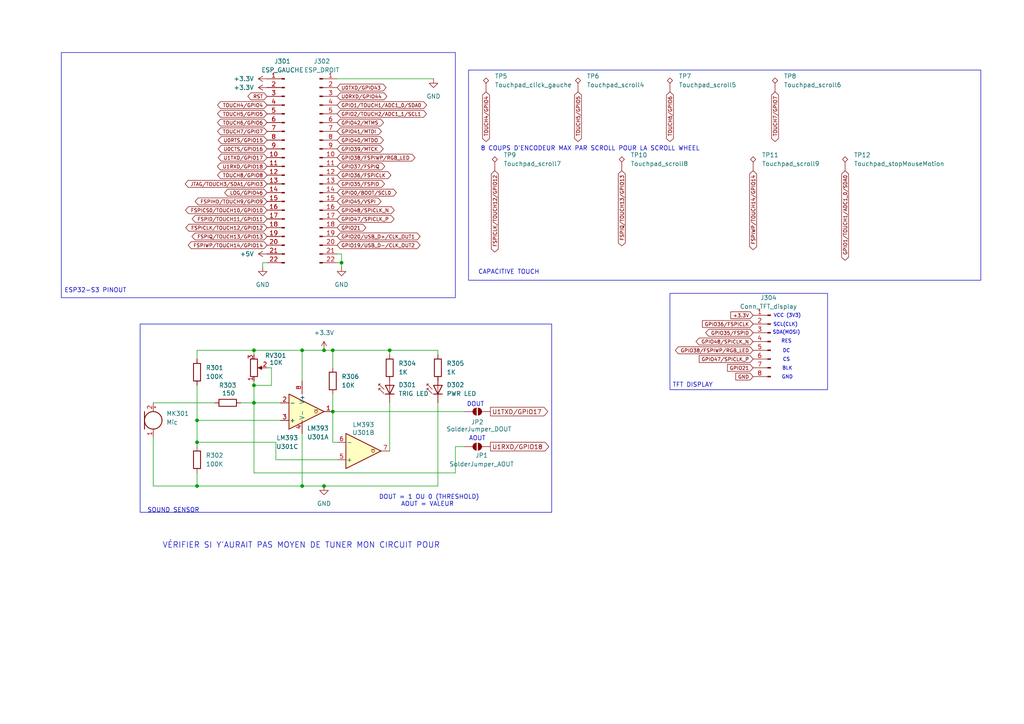
<source format=kicad_sch>
(kicad_sch (version 20231120) (generator "eeschema") (generator_version "8.0")
  (paper "A4")
  (title_block (title "V1_flappy_mouse") (date "2024-06-07") (rev "Rev . 1") (company "CCI UdeS") (comment 1 "Créer par:") (comment 2 "Victor Larose & Jacob Turcotte"))
  (lib_symbols
    (symbol "Comparator:LM393" (pin_names (offset 0.127))
      (property "Reference" "U" (at 3.81 3.81 0))
      (property "Value" "LM393" (at 6.35 -3.81 0))
      (symbol "LM393_1_1"
        (polyline (pts (xy -5.08 5.08) (xy 5.08 0) (xy -5.08 -5.08) (xy -5.08 5.08)) (stroke (width 0.254)) (fill (type background)))
        (polyline (pts (xy 3.302 -0.508) (xy 2.794 -0.508) (xy 3.302 0) (xy 2.794 0.508) (xy 2.286 0) (xy 2.794 -0.508) (xy 2.286 -0.508)) (stroke (width 0.127)))
        (pin open_collector line (at 7.62 0 180) (length 2.54) (name "~") (number "1"))
        (pin input line (at -7.62 -2.54 0) (length 2.54) (name "-") (number "2"))
        (pin input line (at -7.62 2.54 0) (length 2.54) (name "+") (number "3"))
      )
      (symbol "LM393_2_1"
        (polyline (pts (xy -5.08 5.08) (xy 5.08 0) (xy -5.08 -5.08) (xy -5.08 5.08)) (stroke (width 0.254)) (fill (type background)))
        (polyline (pts (xy 3.302 -0.508) (xy 2.794 -0.508) (xy 3.302 0) (xy 2.794 0.508) (xy 2.286 0) (xy 2.794 -0.508) (xy 2.286 -0.508)) (stroke (width 0.127)))
        (pin input line (at -7.62 2.54 0) (length 2.54) (name "+") (number "5"))
        (pin input line (at -7.62 -2.54 0) (length 2.54) (name "-") (number "6"))
        (pin open_collector line (at 7.62 0 180) (length 2.54) (name "~") (number "7"))
      )
      (symbol "LM393_3_1"
        (pin power_in line (at -2.54 -7.62 90) (length 3.81) (name "V-") (number "4"))
        (pin power_in line (at -2.54 7.62 270) (length 3.81) (name "V+") (number "8"))
      )
    )
    (symbol "Connector:Conn_01x08_Pin" (pin_names (offset 1.016) hide)
      (property "Reference" "J" (at 0 10.16 0))
      (property "Value" "Conn_01x08_Pin" (at 0 -12.7 0))
      (symbol "Conn_01x08_Pin_1_1"
        (polyline (pts (xy 1.27 -10.16) (xy 0.8636 -10.16)) (stroke (width 0.1524)))
        (polyline (pts (xy 1.27 -7.62) (xy 0.8636 -7.62)) (stroke (width 0.1524)))
        (polyline (pts (xy 1.27 -5.08) (xy 0.8636 -5.08)) (stroke (width 0.1524)))
        (polyline (pts (xy 1.27 -2.54) (xy 0.8636 -2.54)) (stroke (width 0.1524)))
        (polyline (pts (xy 1.27 0) (xy 0.8636 0)) (stroke (width 0.1524)))
        (polyline (pts (xy 1.27 2.54) (xy 0.8636 2.54)) (stroke (width 0.1524)))
        (polyline (pts (xy 1.27 5.08) (xy 0.8636 5.08)) (stroke (width 0.1524)))
        (polyline (pts (xy 1.27 7.62) (xy 0.8636 7.62)) (stroke (width 0.1524)))
        (rectangle (start 0.8636 -10.033) (end 0 -10.287) (stroke (width 0.1524)) (fill (type outline)))
        (rectangle (start 0.8636 -7.493) (end 0 -7.747) (stroke (width 0.1524)) (fill (type outline)))
        (rectangle (start 0.8636 -4.953) (end 0 -5.207) (stroke (width 0.1524)) (fill (type outline)))
        (rectangle (start 0.8636 -2.413) (end 0 -2.667) (stroke (width 0.1524)) (fill (type outline)))
        (rectangle (start 0.8636 0.127) (end 0 -0.127) (stroke (width 0.1524)) (fill (type outline)))
        (rectangle (start 0.8636 2.667) (end 0 2.413) (stroke (width 0.1524)) (fill (type outline)))
        (rectangle (start 0.8636 5.207) (end 0 4.953) (stroke (width 0.1524)) (fill (type outline)))
        (rectangle (start 0.8636 7.747) (end 0 7.493) (stroke (width 0.1524)) (fill (type outline)))
        (pin passive line (at 5.08 7.62 180) (length 3.81) (name "Pin_1") (number "1"))
        (pin passive line (at 5.08 5.08 180) (length 3.81) (name "Pin_2") (number "2"))
        (pin passive line (at 5.08 2.54 180) (length 3.81) (name "Pin_3") (number "3"))
        (pin passive line (at 5.08 0 180) (length 3.81) (name "Pin_4") (number "4"))
        (pin passive line (at 5.08 -2.54 180) (length 3.81) (name "Pin_5") (number "5"))
        (pin passive line (at 5.08 -5.08 180) (length 3.81) (name "Pin_6") (number "6"))
        (pin passive line (at 5.08 -7.62 180) (length 3.81) (name "Pin_7") (number "7"))
        (pin passive line (at 5.08 -10.16 180) (length 3.81) (name "Pin_8") (number "8"))
      )
    )
    (symbol "Connector:Conn_01x22_Pin" (pin_names (offset 1.016) hide)
      (property "Reference" "J" (at 0 27.94 0))
      (property "Value" "Conn_01x22_Pin" (at 0 -30.48 0))
      (symbol "Conn_01x22_Pin_1_1"
        (polyline (pts (xy 1.27 -27.94) (xy 0.8636 -27.94)) (stroke (width 0.1524)))
        (polyline (pts (xy 1.27 -25.4) (xy 0.8636 -25.4)) (stroke (width 0.1524)))
        (polyline (pts (xy 1.27 -22.86) (xy 0.8636 -22.86)) (stroke (width 0.1524)))
        (polyline (pts (xy 1.27 -20.32) (xy 0.8636 -20.32)) (stroke (width 0.1524)))
        (polyline (pts (xy 1.27 -17.78) (xy 0.8636 -17.78)) (stroke (width 0.1524)))
        (polyline (pts (xy 1.27 -15.24) (xy 0.8636 -15.24)) (stroke (width 0.1524)))
        (polyline (pts (xy 1.27 -12.7) (xy 0.8636 -12.7)) (stroke (width 0.1524)))
        (polyline (pts (xy 1.27 -10.16) (xy 0.8636 -10.16)) (stroke (width 0.1524)))
        (polyline (pts (xy 1.27 -7.62) (xy 0.8636 -7.62)) (stroke (width 0.1524)))
        (polyline (pts (xy 1.27 -5.08) (xy 0.8636 -5.08)) (stroke (width 0.1524)))
        (polyline (pts (xy 1.27 -2.54) (xy 0.8636 -2.54)) (stroke (width 0.1524)))
        (polyline (pts (xy 1.27 0) (xy 0.8636 0)) (stroke (width 0.1524)))
        (polyline (pts (xy 1.27 2.54) (xy 0.8636 2.54)) (stroke (width 0.1524)))
        (polyline (pts (xy 1.27 5.08) (xy 0.8636 5.08)) (stroke (width 0.1524)))
        (polyline (pts (xy 1.27 7.62) (xy 0.8636 7.62)) (stroke (width 0.1524)))
        (polyline (pts (xy 1.27 10.16) (xy 0.8636 10.16)) (stroke (width 0.1524)))
        (polyline (pts (xy 1.27 12.7) (xy 0.8636 12.7)) (stroke (width 0.1524)))
        (polyline (pts (xy 1.27 15.24) (xy 0.8636 15.24)) (stroke (width 0.1524)))
        (polyline (pts (xy 1.27 17.78) (xy 0.8636 17.78)) (stroke (width 0.1524)))
        (polyline (pts (xy 1.27 20.32) (xy 0.8636 20.32)) (stroke (width 0.1524)))
        (polyline (pts (xy 1.27 22.86) (xy 0.8636 22.86)) (stroke (width 0.1524)))
        (polyline (pts (xy 1.27 25.4) (xy 0.8636 25.4)) (stroke (width 0.1524)))
        (rectangle (start 0.8636 -27.813) (end 0 -28.067) (stroke (width 0.1524)) (fill (type outline)))
        (rectangle (start 0.8636 -25.273) (end 0 -25.527) (stroke (width 0.1524)) (fill (type outline)))
        (rectangle (start 0.8636 -22.733) (end 0 -22.987) (stroke (width 0.1524)) (fill (type outline)))
        (rectangle (start 0.8636 -20.193) (end 0 -20.447) (stroke (width 0.1524)) (fill (type outline)))
        (rectangle (start 0.8636 -17.653) (end 0 -17.907) (stroke (width 0.1524)) (fill (type outline)))
        (rectangle (start 0.8636 -15.113) (end 0 -15.367) (stroke (width 0.1524)) (fill (type outline)))
        (rectangle (start 0.8636 -12.573) (end 0 -12.827) (stroke (width 0.1524)) (fill (type outline)))
        (rectangle (start 0.8636 -10.033) (end 0 -10.287) (stroke (width 0.1524)) (fill (type outline)))
        (rectangle (start 0.8636 -7.493) (end 0 -7.747) (stroke (width 0.1524)) (fill (type outline)))
        (rectangle (start 0.8636 -4.953) (end 0 -5.207) (stroke (width 0.1524)) (fill (type outline)))
        (rectangle (start 0.8636 -2.413) (end 0 -2.667) (stroke (width 0.1524)) (fill (type outline)))
        (rectangle (start 0.8636 0.127) (end 0 -0.127) (stroke (width 0.1524)) (fill (type outline)))
        (rectangle (start 0.8636 2.667) (end 0 2.413) (stroke (width 0.1524)) (fill (type outline)))
        (rectangle (start 0.8636 5.207) (end 0 4.953) (stroke (width 0.1524)) (fill (type outline)))
        (rectangle (start 0.8636 7.747) (end 0 7.493) (stroke (width 0.1524)) (fill (type outline)))
        (rectangle (start 0.8636 10.287) (end 0 10.033) (stroke (width 0.1524)) (fill (type outline)))
        (rectangle (start 0.8636 12.827) (end 0 12.573) (stroke (width 0.1524)) (fill (type outline)))
        (rectangle (start 0.8636 15.367) (end 0 15.113) (stroke (width 0.1524)) (fill (type outline)))
        (rectangle (start 0.8636 17.907) (end 0 17.653) (stroke (width 0.1524)) (fill (type outline)))
        (rectangle (start 0.8636 20.447) (end 0 20.193) (stroke (width 0.1524)) (fill (type outline)))
        (rectangle (start 0.8636 22.987) (end 0 22.733) (stroke (width 0.1524)) (fill (type outline)))
        (rectangle (start 0.8636 25.527) (end 0 25.273) (stroke (width 0.1524)) (fill (type outline)))
        (pin passive line (at 5.08 25.4 180) (length 3.81) (name "Pin_1") (number "1"))
        (pin passive line (at 5.08 2.54 180) (length 3.81) (name "Pin_10") (number "10"))
        (pin passive line (at 5.08 0 180) (length 3.81) (name "Pin_11") (number "11"))
        (pin passive line (at 5.08 -2.54 180) (length 3.81) (name "Pin_12") (number "12"))
        (pin passive line (at 5.08 -5.08 180) (length 3.81) (name "Pin_13") (number "13"))
        (pin passive line (at 5.08 -7.62 180) (length 3.81) (name "Pin_14") (number "14"))
        (pin passive line (at 5.08 -10.16 180) (length 3.81) (name "Pin_15") (number "15"))
        (pin passive line (at 5.08 -12.7 180) (length 3.81) (name "Pin_16") (number "16"))
        (pin passive line (at 5.08 -15.24 180) (length 3.81) (name "Pin_17") (number "17"))
        (pin passive line (at 5.08 -17.78 180) (length 3.81) (name "Pin_18") (number "18"))
        (pin passive line (at 5.08 -20.32 180) (length 3.81) (name "Pin_19") (number "19"))
        (pin passive line (at 5.08 22.86 180) (length 3.81) (name "Pin_2") (number "2"))
        (pin passive line (at 5.08 -22.86 180) (length 3.81) (name "Pin_20") (number "20"))
        (pin passive line (at 5.08 -25.4 180) (length 3.81) (name "Pin_21") (number "21"))
        (pin passive line (at 5.08 -27.94 180) (length 3.81) (name "Pin_22") (number "22"))
        (pin passive line (at 5.08 20.32 180) (length 3.81) (name "Pin_3") (number "3"))
        (pin passive line (at 5.08 17.78 180) (length 3.81) (name "Pin_4") (number "4"))
        (pin passive line (at 5.08 15.24 180) (length 3.81) (name "Pin_5") (number "5"))
        (pin passive line (at 5.08 12.7 180) (length 3.81) (name "Pin_6") (number "6"))
        (pin passive line (at 5.08 10.16 180) (length 3.81) (name "Pin_7") (number "7"))
        (pin passive line (at 5.08 7.62 180) (length 3.81) (name "Pin_8") (number "8"))
        (pin passive line (at 5.08 5.08 180) (length 3.81) (name "Pin_9") (number "9"))
      )
    )
    (symbol "Connector:TestPoint_Alt" (pin_numbers hide) (pin_names (offset 0.762) hide)
      (property "Reference" "TP" (at 0 6.858 0))
      (property "Value" "TestPoint_Alt" (at 0 5.08 0))
      (symbol "TestPoint_Alt_0_1"
        (polyline (pts (xy 0 2.54) (xy -0.762 3.302) (xy 0 4.064) (xy 0.762 3.302) (xy 0 2.54)))
      )
      (symbol "TestPoint_Alt_1_1"
        (pin passive line (at 0 0 90) (length 2.54) (name "1") (number "1"))
      )
    )
    (symbol "Device:Microphone" (pin_names (offset 0.0254) hide)
      (property "Reference" "MK" (at -3.81 1.27 0))
      (property "Value" "Microphone" (at -3.81 -0.635 0))
      (symbol "Microphone_0_1"
        (polyline (pts (xy -2.54 2.54) (xy -2.54 -2.54)) (stroke (width 0.254)))
        (polyline (pts (xy 0.254 3.81) (xy 0.762 3.81)))
        (polyline (pts (xy 0.508 4.064) (xy 0.508 3.556)))
        (circle (center 0 0) (radius 2.54) (stroke (width 0.254)))
      )
      (symbol "Microphone_1_1"
        (pin passive line (at 0 -5.08 90) (length 2.54) (name "-") (number "1"))
        (pin passive line (at 0 5.08 270) (length 2.54) (name "+") (number "2"))
      )
    )
    (symbol "Device:R" (pin_numbers hide) (pin_names (offset 0))
      (property "Reference" "R" (at 2.032 0 90))
      (property "Value" "R" (at 0 0 90))
      (symbol "R_0_1"
        (rectangle (start -1.016 -2.54) (end 1.016 2.54) (stroke (width 0.254)))
      )
      (symbol "R_1_1"
        (pin passive line (at 0 3.81 270) (length 1.27) (name "~") (number "1"))
        (pin passive line (at 0 -3.81 90) (length 1.27) (name "~") (number "2"))
      )
    )
    (symbol "Device:R_Potentiometer" (pin_names (offset 1.016) hide)
      (property "Reference" "RV" (at -4.445 0 90))
      (property "Value" "R_Potentiometer" (at -2.54 0 90))
      (symbol "R_Potentiometer_0_1"
        (polyline (pts (xy 2.54 0) (xy 1.524 0)))
        (polyline (pts (xy 1.143 0) (xy 2.286 0.508) (xy 2.286 -0.508) (xy 1.143 0)) (fill (type outline)))
        (rectangle (start 1.016 2.54) (end -1.016 -2.54) (stroke (width 0.254)))
      )
      (symbol "R_Potentiometer_1_1"
        (pin passive line (at 0 3.81 270) (length 1.27) (name "1") (number "1"))
        (pin passive line (at 3.81 0 180) (length 1.27) (name "2") (number "2"))
        (pin passive line (at 0 -3.81 90) (length 1.27) (name "3") (number "3"))
      )
    )
    (symbol "Jumper:SolderJumper_2_Open" (pin_numbers hide) (pin_names (offset 0) hide) (exclude_from_sim yes) (in_bom no)
      (property "Reference" "JP" (at 0 2.032 0))
      (property "Value" "SolderJumper_2_Open" (at 0 -2.54 0))
      (symbol "SolderJumper_2_Open_0_1"
        (arc (start -0.254 1.016) (mid -1.2656 0) (end -0.254 -1.016))
        (arc (start -0.254 1.016) (mid -1.2656 0) (end -0.254 -1.016) (fill (type outline)))
        (polyline (pts (xy -0.254 1.016) (xy -0.254 -1.016)))
        (polyline (pts (xy 0.254 1.016) (xy 0.254 -1.016)))
        (arc (start 0.254 -1.016) (mid 1.2656 0) (end 0.254 1.016))
        (arc (start 0.254 -1.016) (mid 1.2656 0) (end 0.254 1.016) (fill (type outline)))
      )
      (symbol "SolderJumper_2_Open_1_1"
        (pin passive line (at -3.81 0 0) (length 2.54) (name "A") (number "1"))
        (pin passive line (at 3.81 0 180) (length 2.54) (name "B") (number "2"))
      )
    )
    (symbol "LED:SFH4550" (pin_numbers hide) (pin_names (offset 1.016) hide)
      (property "Reference" "D" (at 0.508 1.778 0))
      (property "Value" "SFH4550" (at -1.016 -2.794 0))
      (symbol "SFH4550_0_1"
        (polyline (pts (xy -2.54 1.27) (xy -2.54 -1.27)) (stroke (width 0.254)))
        (polyline (pts (xy 0 0) (xy -2.54 0)))
        (polyline (pts (xy 0.381 3.175) (xy -0.127 3.175)))
        (polyline (pts (xy -1.143 1.651) (xy 0.381 3.175) (xy 0.381 2.667)))
        (polyline (pts (xy 0 -1.27) (xy -2.54 0) (xy 0 1.27) (xy 0 -1.27)) (stroke (width 0.254)))
        (polyline (pts (xy -2.413 1.651) (xy -0.889 3.175) (xy -0.889 2.667) (xy -0.889 3.175) (xy -1.397 3.175)))
      )
      (symbol "SFH4550_1_1"
        (pin passive line (at -5.08 0 0) (length 2.54) (name "K") (number "1"))
        (pin passive line (at 2.54 0 180) (length 2.54) (name "A") (number "2"))
      )
    )
    (symbol "power:+3.3V" (power) (pin_numbers hide) (pin_names (offset 0) hide)
      (property "Value" "+3.3V" (at 0 3.556 0))
      (symbol "+3.3V_0_1"
        (polyline (pts (xy -0.762 1.27) (xy 0 2.54)))
        (polyline (pts (xy 0 0) (xy 0 2.54)))
        (polyline (pts (xy 0 2.54) (xy 0.762 1.27)))
      )
      (symbol "+3.3V_1_1"
        (pin power_in line (at 0 0 90) (length 0) (name "~") (number "1"))
      )
    )
    (symbol "power:+5V" (power) (pin_numbers hide) (pin_names (offset 0) hide)
      (property "Value" "+5V" (at 0 3.556 0))
      (symbol "+5V_0_1"
        (polyline (pts (xy -0.762 1.27) (xy 0 2.54)))
        (polyline (pts (xy 0 0) (xy 0 2.54)))
        (polyline (pts (xy 0 2.54) (xy 0.762 1.27)))
      )
      (symbol "+5V_1_1"
        (pin power_in line (at 0 0 90) (length 0) (name "~") (number "1"))
      )
    )
    (symbol "power:GND" (power) (pin_numbers hide) (pin_names (offset 0) hide)
      (property "Value" "GND" (at 0 -3.81 0))
      (symbol "GND_0_1"
        (polyline (pts (xy 0 0) (xy 0 -1.27) (xy 1.27 -1.27) (xy 0 -2.54) (xy -1.27 -1.27) (xy 0 -1.27)))
      )
      (symbol "GND_1_1"
        (pin power_in line (at 0 0 270) (length 0) (name "~") (number "1"))
      )
    )
  )
  (junction (at 57.15 121.92))
  (junction (at 73.66 101.6))
  (junction (at 99.06 76.2))
  (junction (at 73.66 111.76))
  (junction (at 87.63 140.97))
  (junction (at 93.98 140.97))
  (junction (at 113.03 101.6))
  (junction (at 96.52 119.38))
  (junction (at 93.98 101.6))
  (junction (at 57.15 140.97))
  (junction (at 96.52 101.6))
  (junction (at 57.15 128.27))
  (junction (at 87.63 101.6))
  (junction (at 73.66 116.84))
  (wire (pts (xy 73.66 116.84) (xy 81.28 116.84)))
  (wire (pts (xy 113.03 102.87) (xy 113.03 101.6)))
  (wire (pts (xy 99.06 73.66) (xy 99.06 76.2)))
  (wire (pts (xy 57.15 128.27) (xy 57.15 129.54)))
  (wire (pts (xy 96.52 128.27) (xy 97.79 128.27)))
  (wire (pts (xy 96.52 119.38) (xy 134.62 119.38)))
  (wire (pts (xy 99.06 76.2) (xy 97.79 76.2)))
  (wire (pts (xy 96.52 119.38) (xy 96.52 128.27)))
  (wire (pts (xy 69.85 116.84) (xy 73.66 116.84)))
  (wire (pts (xy 73.66 116.84) (xy 73.66 137.16)))
  (wire (pts (xy 76.2 77.47) (xy 76.2 76.2)))
  (wire (pts (xy 127 116.84) (xy 127 140.97)))
  (wire (pts (xy 113.03 116.84) (xy 113.03 130.81)))
  (wire (pts (xy 96.52 101.6) (xy 113.03 101.6)))
  (wire (pts (xy 57.15 140.97) (xy 57.15 137.16)))
  (wire (pts (xy 96.52 114.3) (xy 96.52 119.38)))
  (wire (pts (xy 77.47 106.68) (xy 78.74 106.68)))
  (wire (pts (xy 87.63 125.73) (xy 87.63 140.97)))
  (wire (pts (xy 96.52 101.6) (xy 96.52 106.68)))
  (wire (pts (xy 80.01 133.35) (xy 80.01 128.27)))
  (wire (pts (xy 76.2 76.2) (xy 77.47 76.2)))
  (wire (pts (xy 93.98 101.6) (xy 96.52 101.6)))
  (wire (pts (xy 57.15 101.6) (xy 73.66 101.6)))
  (wire (pts (xy 127 101.6) (xy 127 102.87)))
  (wire (pts (xy 73.66 137.16) (xy 132.08 137.16)))
  (wire (pts (xy 73.66 102.87) (xy 73.66 101.6)))
  (wire (pts (xy 132.08 129.54) (xy 134.62 129.54)))
  (wire (pts (xy 44.45 127) (xy 44.45 140.97)))
  (wire (pts (xy 44.45 140.97) (xy 57.15 140.97)))
  (wire (pts (xy 78.74 106.68) (xy 78.74 111.76)))
  (wire (pts (xy 87.63 101.6) (xy 87.63 110.49)))
  (wire (pts (xy 57.15 121.92) (xy 57.15 128.27)))
  (wire (pts (xy 113.03 101.6) (xy 127 101.6)))
  (wire (pts (xy 57.15 140.97) (xy 87.63 140.97)))
  (wire (pts (xy 57.15 111.76) (xy 57.15 121.92)))
  (wire (pts (xy 127 140.97) (xy 93.98 140.97)))
  (wire (pts (xy 97.79 73.66) (xy 99.06 73.66)))
  (wire (pts (xy 125.73 22.86) (xy 97.79 22.86)))
  (wire (pts (xy 99.06 77.47) (xy 99.06 76.2)))
  (wire (pts (xy 87.63 101.6) (xy 93.98 101.6)))
  (wire (pts (xy 113.03 110.49) (xy 113.03 109.22)))
  (wire (pts (xy 127 110.49) (xy 127 109.22)))
  (wire (pts (xy 73.66 111.76) (xy 73.66 116.84)))
  (wire (pts (xy 78.74 111.76) (xy 73.66 111.76)))
  (wire (pts (xy 57.15 121.92) (xy 81.28 121.92)))
  (wire (pts (xy 73.66 101.6) (xy 87.63 101.6)))
  (wire (pts (xy 44.45 116.84) (xy 62.23 116.84)))
  (wire (pts (xy 87.63 140.97) (xy 93.98 140.97)))
  (wire (pts (xy 73.66 110.49) (xy 73.66 111.76)))
  (wire (pts (xy 132.08 129.54) (xy 132.08 137.16)))
  (wire (pts (xy 97.79 133.35) (xy 80.01 133.35)))
  (wire (pts (xy 57.15 128.27) (xy 80.01 128.27)))
  (wire (pts (xy 57.15 101.6) (xy 57.15 104.14)))
  (rectangle (start 194.31 85.09) (end 240.03 113.03))
  (rectangle (start 17.78 15.24) (end 132.08 86.36))
  (rectangle (start 135.89 20.32) (end 284.48 81.28))
  (rectangle (start 40.64 93.98) (end 160.02 148.59))
  (text "DC" (at 228.092 101.854 0) (effects (font (size 1.016 1.016))))
  (text "8 COUPS D'ENCODEUR MAX PAR SCROLL POUR LA SCROLL WHEEL" (at 171.196 43.18 0) (effects (font (size 1.27 1.27))))
  (text "CAPACITIVE TOUCH\n" (at 147.574 78.994 0) (effects (font (size 1.27 1.27))))
  (text "VÉRIFIER SI Y'AURAIT PAS MOYEN DE TUNER MON CIRCUIT POUR\n" (at 87.376 158.242 0) (effects (font (size 1.651 1.651))))
  (text "DOUT = 1 OU 0 (THRESHOLD)\nAOUT = VALEUR \n" (at 124.46 145.288 0) (effects (font (size 1.27 1.27))))
  (text "TFT DISPLAY\n" (at 200.914 111.76 0) (effects (font (size 1.27 1.27))))
  (text "SDA(MOSI)\n" (at 228.092 96.52 0) (effects (font (size 1.016 1.016))))
  (text "GND\n" (at 228.346 109.474 0) (effects (font (size 1.016 1.016))))
  (text "VCC (3V3)\n\n" (at 228.346 92.456 0) (effects (font (size 1.016 1.016))))
  (text "AOUT" (at 138.43 127.254 0) (effects (font (size 1.27 1.27))))
  (text "BLK" (at 228.346 106.934 0) (effects (font (size 1.016 1.016))))
  (text "SCL(CLK)\n" (at 227.838 94.234 0) (effects (font (size 1.016 1.016))))
  (text "ESP32-S3 PINOUT" (at 27.686 84.328 0) (effects (font (size 1.27 1.27))))
  (text "CS" (at 228.092 104.394 0) (effects (font (size 1.016 1.016))))
  (text "SOUND SENSOR\n" (at 50.292 148.082 0) (effects (font (size 1.27 1.27))))
  (text "RES" (at 228.092 99.06 0) (effects (font (size 1.016 1.016))))
  (text "DOUT" (at 137.922 117.348 0) (effects (font (size 1.27 1.27))))
  (global_label "GPIO47{slash}SPICLK_P" (shape input) (at 218.44 104.14 180) (effects (font (size 1.016 1.016))) (property "Intersheetrefs" "${INTERSHEET_REFS}" (effects (hide yes))))
  (global_label "U1RXD{slash}GPIO18" (shape bidirectional) (at 77.47 48.26 180) (effects (font (size 1.016 1.016))) (property "Intersheetrefs" "${INTERSHEET_REFS}" (effects (hide yes))))
  (global_label "FSPICLK{slash}TOUCH12{slash}GPIO12" (shape bidirectional) (at 143.51 49.53 270) (effects (font (size 1.016 1.016))) (property "Intersheetrefs" "${INTERSHEET_REFS}" (effects (hide yes))))
  (global_label "GPIO38{slash}FSPIWP{slash}RGB_LED" (shape bidirectional) (at 218.44 101.6 180) (effects (font (size 1.016 1.016))) (property "Intersheetrefs" "${INTERSHEET_REFS}" (effects (hide yes))))
  (global_label "GPIO39{slash}MTCK" (shape bidirectional) (at 97.79 43.18 0) (effects (font (size 1.016 1.016))) (property "Intersheetrefs" "${INTERSHEET_REFS}" (effects (hide yes))))
  (global_label "TOUCH7{slash}GPIO7" (shape bidirectional) (at 224.79 26.67 270) (effects (font (size 1.016 1.016))) (property "Intersheetrefs" "${INTERSHEET_REFS}" (effects (hide yes))))
  (global_label "GPIO41{slash}MTDI" (shape bidirectional) (at 97.79 38.1 0) (effects (font (size 1.016 1.016))) (property "Intersheetrefs" "${INTERSHEET_REFS}" (effects (hide yes))))
  (global_label "TOUCH5{slash}GPIO5" (shape bidirectional) (at 77.47 33.02 180) (effects (font (size 1.016 1.016))) (property "Intersheetrefs" "${INTERSHEET_REFS}" (effects (hide yes))))
  (global_label "RST" (shape bidirectional) (at 77.47 27.94 180) (effects (font (size 1.016 1.016))) (property "Intersheetrefs" "${INTERSHEET_REFS}" (effects (hide yes))))
  (global_label "LOG{slash}GPIO46" (shape bidirectional) (at 77.47 55.88 180) (effects (font (size 1.016 1.016))) (property "Intersheetrefs" "${INTERSHEET_REFS}" (effects (hide yes))))
  (global_label "U0TXD{slash}GPIO43" (shape bidirectional) (at 97.79 25.4 0) (effects (font (size 1.016 1.016))) (property "Intersheetrefs" "${INTERSHEET_REFS}" (effects (hide yes))))
  (global_label "GPIO0{slash}BOOT{slash}SCL0" (shape bidirectional) (at 97.79 55.88 0) (effects (font (size 1.016 1.016))) (property "Intersheetrefs" "${INTERSHEET_REFS}" (effects (hide yes))))
  (global_label "GPIO20{slash}USB_D+{slash}CLK_OUT1" (shape bidirectional) (at 97.79 68.58 0) (effects (font (size 1.016 1.016))) (property "Intersheetrefs" "${INTERSHEET_REFS}" (effects (hide yes))))
  (global_label "U1TXD{slash}GPIO17" (shape output) (at 142.24 119.38 0) (property "Intersheetrefs" "${INTERSHEET_REFS}" (effects (hide yes))))
  (global_label "TOUCH6{slash}GPIO6" (shape bidirectional) (at 194.31 26.67 270) (effects (font (size 1.016 1.016))) (property "Intersheetrefs" "${INTERSHEET_REFS}" (effects (hide yes))))
  (global_label "GPIO2{slash}TOUCH2{slash}ADC1_1{slash}SCL1" (shape bidirectional) (at 97.79 33.02 0) (effects (font (size 1.016 1.016))) (property "Intersheetrefs" "${INTERSHEET_REFS}" (effects (hide yes))))
  (global_label "FSPIQ{slash}TOUCH13{slash}GPIO13" (shape bidirectional) (at 180.34 49.53 270) (effects (font (size 1.016 1.016))) (property "Intersheetrefs" "${INTERSHEET_REFS}" (effects (hide yes))))
  (global_label "GPIO40{slash}MTDO" (shape bidirectional) (at 97.79 40.64 0) (effects (font (size 1.016 1.016))) (property "Intersheetrefs" "${INTERSHEET_REFS}" (effects (hide yes))))
  (global_label "TOUCH7{slash}GPIO7" (shape bidirectional) (at 77.47 38.1 180) (effects (font (size 1.016 1.016))) (property "Intersheetrefs" "${INTERSHEET_REFS}" (effects (hide yes))))
  (global_label "FSPICS0{slash}TOUCH10{slash}GPIO10" (shape bidirectional) (at 77.47 60.96 180) (effects (font (size 1.016 1.016))) (property "Intersheetrefs" "${INTERSHEET_REFS}" (effects (hide yes))))
  (global_label "TOUCH6{slash}GPIO6" (shape bidirectional) (at 77.47 35.56 180) (effects (font (size 1.016 1.016))) (property "Intersheetrefs" "${INTERSHEET_REFS}" (effects (hide yes))))
  (global_label "JTAG{slash}TOUCH3{slash}SDA1{slash}GPIO3" (shape bidirectional) (at 77.47 53.34 180) (effects (font (size 1.016 1.016))) (property "Intersheetrefs" "${INTERSHEET_REFS}" (effects (hide yes))))
  (global_label "GPIO21" (shape input) (at 218.44 106.68 180) (effects (font (size 1.016 1.016))) (property "Intersheetrefs" "${INTERSHEET_REFS}" (effects (hide yes))))
  (global_label "FSPIHD{slash}TOUCH9{slash}GPIO9" (shape bidirectional) (at 77.47 58.42 180) (effects (font (size 1.016 1.016))) (property "Intersheetrefs" "${INTERSHEET_REFS}" (effects (hide yes))))
  (global_label "GPIO45{slash}VSPI" (shape bidirectional) (at 97.79 58.42 0) (effects (font (size 1.016 1.016))) (property "Intersheetrefs" "${INTERSHEET_REFS}" (effects (hide yes))))
  (global_label "FSPIQ{slash}TOUCH13{slash}GPIO13" (shape bidirectional) (at 77.47 68.58 180) (effects (font (size 1.016 1.016))) (property "Intersheetrefs" "${INTERSHEET_REFS}" (effects (hide yes))))
  (global_label "GPIO36{slash}FSPICLK" (shape bidirectional) (at 97.79 50.8 0) (effects (font (size 1.016 1.016))) (property "Intersheetrefs" "${INTERSHEET_REFS}" (effects (hide yes))))
  (global_label "TOUCH5{slash}GPIO5" (shape bidirectional) (at 167.64 26.67 270) (effects (font (size 1.016 1.016))) (property "Intersheetrefs" "${INTERSHEET_REFS}" (effects (hide yes))))
  (global_label "FSPICLK{slash}TOUCH12{slash}GPIO12" (shape bidirectional) (at 77.47 66.04 180) (effects (font (size 1.016 1.016))) (property "Intersheetrefs" "${INTERSHEET_REFS}" (effects (hide yes))))
  (global_label "GPIO48{slash}SPICLK_N" (shape bidirectional) (at 218.44 99.06 180) (effects (font (size 1.016 1.016))) (property "Intersheetrefs" "${INTERSHEET_REFS}" (effects (hide yes))))
  (global_label "GPIO1{slash}TOUCH1{slash}ADC1_0{slash}SDA0" (shape bidirectional) (at 245.11 49.53 270) (effects (font (size 1.016 1.016))) (property "Intersheetrefs" "${INTERSHEET_REFS}" (effects (hide yes))))
  (global_label "FSPIWP{slash}TOUCH14{slash}GPIO14" (shape bidirectional) (at 77.47 71.12 180) (effects (font (size 1.016 1.016))) (property "Intersheetrefs" "${INTERSHEET_REFS}" (effects (hide yes))))
  (global_label "GPIO38{slash}FSPIWP{slash}RGB_LED" (shape bidirectional) (at 97.79 45.72 0) (effects (font (size 1.016 1.016))) (property "Intersheetrefs" "${INTERSHEET_REFS}" (effects (hide yes))))
  (global_label "GPIO1{slash}TOUCH1{slash}ADC1_0{slash}SDA0" (shape bidirectional) (at 97.79 30.48 0) (effects (font (size 1.016 1.016))) (property "Intersheetrefs" "${INTERSHEET_REFS}" (effects (hide yes))))
  (global_label "GPIO35{slash}FSPID" (shape bidirectional) (at 218.44 96.52 180) (effects (font (size 1.016 1.016))) (property "Intersheetrefs" "${INTERSHEET_REFS}" (effects (hide yes))))
  (global_label "+3.3V" (shape input) (at 218.44 91.44 180) (effects (font (size 1.016 1.016))) (property "Intersheetrefs" "${INTERSHEET_REFS}" (effects (hide yes))))
  (global_label "GPIO21" (shape bidirectional) (at 97.79 66.04 0) (effects (font (size 1.016 1.016))) (property "Intersheetrefs" "${INTERSHEET_REFS}" (effects (hide yes))))
  (global_label "FSPID{slash}TOUCH11{slash}GPIO11" (shape bidirectional) (at 77.47 63.5 180) (effects (font (size 1.016 1.016))) (property "Intersheetrefs" "${INTERSHEET_REFS}" (effects (hide yes))))
  (global_label "GPIO48{slash}SPICLK_N" (shape bidirectional) (at 97.79 60.96 0) (effects (font (size 1.016 1.016))) (property "Intersheetrefs" "${INTERSHEET_REFS}" (effects (hide yes))))
  (global_label "GPIO47{slash}SPICLK_P" (shape bidirectional) (at 97.79 63.5 0) (effects (font (size 1.016 1.016))) (property "Intersheetrefs" "${INTERSHEET_REFS}" (effects (hide yes))))
  (global_label "TOUCH8{slash}GPIO8" (shape bidirectional) (at 77.47 50.8 180) (effects (font (size 1.016 1.016))) (property "Intersheetrefs" "${INTERSHEET_REFS}" (effects (hide yes))))
  (global_label "GPIO35{slash}FSPID" (shape bidirectional) (at 97.79 53.34 0) (effects (font (size 1.016 1.016))) (property "Intersheetrefs" "${INTERSHEET_REFS}" (effects (hide yes))))
  (global_label "FSPIWP{slash}TOUCH14{slash}GPIO14" (shape bidirectional) (at 218.44 49.53 270) (effects (font (size 1.016 1.016))) (property "Intersheetrefs" "${INTERSHEET_REFS}" (effects (hide yes))))
  (global_label "GPIO19{slash}USB_D-{slash}CLK_OUT2" (shape bidirectional) (at 97.79 71.12 0) (effects (font (size 1.016 1.016))) (property "Intersheetrefs" "${INTERSHEET_REFS}" (effects (hide yes))))
  (global_label "GND" (shape input) (at 218.44 109.22 180) (effects (font (size 1.016 1.016))) (property "Intersheetrefs" "${INTERSHEET_REFS}" (effects (hide yes))))
  (global_label "U1RXD{slash}GPIO18" (shape output) (at 142.24 129.54 0) (property "Intersheetrefs" "${INTERSHEET_REFS}" (effects (hide yes))))
  (global_label "U0RXD{slash}GPIO44" (shape bidirectional) (at 97.79 27.94 0) (effects (font (size 1.016 1.016))) (property "Intersheetrefs" "${INTERSHEET_REFS}" (effects (hide yes))))
  (global_label "GPIO36{slash}FSPICLK" (shape input) (at 218.44 93.98 180) (effects (font (size 1.016 1.016))) (property "Intersheetrefs" "${INTERSHEET_REFS}" (effects (hide yes))))
  (global_label "GPIO42{slash}MTMS" (shape bidirectional) (at 97.79 35.56 0) (effects (font (size 1.016 1.016))) (property "Intersheetrefs" "${INTERSHEET_REFS}" (effects (hide yes))))
  (global_label "U0RTS{slash}GPIO15" (shape bidirectional) (at 77.47 40.64 180) (effects (font (size 1.016 1.016))) (property "Intersheetrefs" "${INTERSHEET_REFS}" (effects (hide yes))))
  (global_label "TOUCH4{slash}GPIO4" (shape bidirectional) (at 140.97 26.67 270) (effects (font (size 1.016 1.016))) (property "Intersheetrefs" "${INTERSHEET_REFS}" (effects (hide yes))))
  (global_label "U1TXD{slash}GPIO17" (shape bidirectional) (at 77.47 45.72 180) (effects (font (size 1.016 1.016))) (property "Intersheetrefs" "${INTERSHEET_REFS}" (effects (hide yes))))
  (global_label "TOUCH4{slash}GPIO4" (shape bidirectional) (at 77.47 30.48 180) (effects (font (size 1.016 1.016))) (property "Intersheetrefs" "${INTERSHEET_REFS}" (effects (hide yes))))
  (global_label "U0CTS{slash}GPIO16" (shape bidirectional) (at 77.47 43.18 180) (effects (font (size 1.016 1.016))) (property "Intersheetrefs" "${INTERSHEET_REFS}" (effects (hide yes))))
  (global_label "GPIO37{slash}FSPIQ" (shape bidirectional) (at 97.79 48.26 0) (effects (font (size 1.016 1.016))) (property "Intersheetrefs" "${INTERSHEET_REFS}" (effects (hide yes))))
  (symbol (lib_id "power:GND") (at 99.06 77.47 0) (unit 1)
    (property "Reference" "#PWR0307" (effects (hide yes)))
    (property "Value" "GND" (at 99.06 82.55 0))
    (property "Description" "Power symbol creates a global label with name \"GND\" , ground" (effects (hide yes)))
  )
  (symbol (lib_id "Jumper:SolderJumper_2_Open") (at 138.43 119.38 0) (unit 1) (exclude_from_sim yes) (in_bom no)
    (property "Reference" "JP2" (at 138.43 122.428 0))
    (property "Value" "SolderJumper_DOUT" (at 138.938 124.46 0))
    (property "Footprint" "Jumper:SolderJumper-2_P1.3mm_Open_RoundedPad1.0x1.5mm" (effects (hide yes)))
    (property "Description" "Solder Jumper, 2-pole, open" (effects (hide yes)))
  )
  (symbol (lib_id "Connector:TestPoint_Alt") (at 245.11 49.53 0) (unit 1)
    (property "Reference" "TP12" (at 247.65 44.9579 0) (effects (justify left)))
    (property "Value" "Touchpad_stopMouseMotion" (at 247.65 47.4979 0) (effects (justify left)))
    (property "Footprint" "Librairie_touchpad:Touchpad_biz_rect_smaller" (effects (hide yes)))
    (property "Description" "test point (alternative shape)" (effects (hide yes)))
  )
  (symbol (lib_id "Comparator:LM393") (at 88.9 119.38 0) (mirror x) (unit 1)
    (property "Reference" "U301" (at 92.202 126.746 0))
    (property "Value" "LM393" (at 92.202 124.206 0))
    (property "Footprint" "Package_DIP:CERDIP-8_W7.62mm_SideBrazed_Socket" (effects (hide yes)))
    (property "Datasheet" "http://www.ti.com/lit/ds/symlink/lm393.pdf" (effects (hide yes)))
    (property "Description" "Low-Power, Low-Offset Voltage, Dual Comparators, DIP-8/SOIC-8/TO-99-8" (effects (hide yes)))
  )
  (symbol (lib_id "Jumper:SolderJumper_2_Open") (at 138.43 129.54 0) (unit 1) (exclude_from_sim yes) (in_bom no)
    (property "Reference" "JP1" (at 139.7 132.08 0))
    (property "Value" "SolderJumper_AOUT" (at 139.7 134.62 0))
    (property "Footprint" "Jumper:SolderJumper-2_P1.3mm_Open_RoundedPad1.0x1.5mm" (effects (hide yes)))
    (property "Description" "Solder Jumper, 2-pole, open" (effects (hide yes)))
  )
  (symbol (lib_id "Device:R") (at 96.52 110.49 0) (unit 1)
    (property "Reference" "R306" (at 99.06 109.2199 0) (effects (justify left)))
    (property "Value" "10K" (at 99.06 111.7599 0) (effects (justify left)))
    (property "Footprint" "Resistor_THT:R_Axial_DIN0207_L6.3mm_D2.5mm_P7.62mm_Horizontal" (effects (hide yes)))
    (property "Description" "Resistor" (effects (hide yes)))
  )
  (symbol (lib_id "Connector:TestPoint_Alt") (at 218.44 49.53 0) (unit 1)
    (property "Reference" "TP11" (at 220.98 44.9579 0) (effects (justify left)))
    (property "Value" "Touchpad_scroll9" (at 220.98 47.4979 0) (effects (justify left)))
    (property "Footprint" "Librairie_touchpad:Touchpad_slider_smaller" (effects (hide yes)))
    (property "Description" "test point (alternative shape)" (effects (hide yes)))
  )
  (symbol (lib_id "Device:R") (at 66.04 116.84 90) (unit 1)
    (property "Reference" "R303" (at 66.04 111.76 90))
    (property "Value" "150" (at 66.294 114.046 90))
    (property "Footprint" "Resistor_THT:R_Axial_DIN0207_L6.3mm_D2.5mm_P7.62mm_Horizontal" (effects (hide yes)))
    (property "Description" "Resistor" (effects (hide yes)))
  )
  (symbol (lib_id "Device:R") (at 127 106.68 0) (unit 1)
    (property "Reference" "R305" (at 129.54 105.4099 0) (effects (justify left)))
    (property "Value" "1K" (at 129.54 107.9499 0) (effects (justify left)))
    (property "Footprint" "Resistor_THT:R_Axial_DIN0207_L6.3mm_D2.5mm_P7.62mm_Horizontal" (effects (hide yes)))
    (property "Description" "Resistor" (effects (hide yes)))
  )
  (symbol (lib_id "Device:R") (at 57.15 107.95 0) (unit 1)
    (property "Reference" "R301" (at 59.69 106.6799 0) (effects (justify left)))
    (property "Value" "100K" (at 59.69 109.2199 0) (effects (justify left)))
    (property "Footprint" "Resistor_THT:R_Axial_DIN0207_L6.3mm_D2.5mm_P7.62mm_Horizontal" (effects (hide yes)))
    (property "Description" "Resistor" (effects (hide yes)))
  )
  (symbol (lib_id "Device:R_Potentiometer") (at 73.66 106.68 0) (mirror x) (unit 1)
    (property "Reference" "RV301" (at 83.058 103.124 0) (effects (justify right)))
    (property "Value" "10K" (at 82.042 105.156 0) (effects (justify right)))
    (property "Footprint" "Potentiometer_THT:Potentiometer_Piher_PT-10-V05_Vertical" (effects (hide yes)))
    (property "Description" "Potentiometer" (effects (hide yes)))
  )
  (symbol (lib_id "power:GND") (at 125.73 22.86 0) (unit 1)
    (property "Reference" "#PWR0308" (effects (hide yes)))
    (property "Value" "GND" (at 125.73 27.94 0))
    (property "Description" "Power symbol creates a global label with name \"GND\" , ground" (effects (hide yes)))
  )
  (symbol (lib_id "power:+5V") (at 77.47 73.66 90) (unit 1)
    (property "Reference" "#PWR0304" (effects (hide yes)))
    (property "Value" "+5V" (at 73.66 73.6599 90) (effects (justify left)))
    (property "Description" "Power symbol creates a global label with name \"+5V\"" (effects (hide yes)))
  )
  (symbol (lib_id "Device:R") (at 113.03 106.68 0) (unit 1)
    (property "Reference" "R304" (at 115.57 105.4099 0) (effects (justify left)))
    (property "Value" "1K" (at 115.57 107.9499 0) (effects (justify left)))
    (property "Footprint" "Resistor_THT:R_Axial_DIN0207_L6.3mm_D2.5mm_P7.62mm_Horizontal" (effects (hide yes)))
    (property "Description" "Resistor" (effects (hide yes)))
  )
  (symbol (lib_id "power:+3.3V") (at 93.98 101.6 0) (unit 1)
    (property "Reference" "#PWR0305" (effects (hide yes)))
    (property "Value" "+3.3V" (at 93.98 96.52 0))
    (property "Description" "Power symbol creates a global label with name \"+3.3V\"" (effects (hide yes)))
  )
  (symbol (lib_id "LED:SFH4550") (at 113.03 111.76 90) (unit 1)
    (property "Reference" "D301" (at 115.57 111.6329 90) (effects (justify right)))
    (property "Value" "TRIG LED" (at 115.57 114.1729 90) (effects (justify right)))
    (property "Footprint" "LED_THT:LED_D5.0mm_IRGrey" (effects (hide yes)))
    (property "Datasheet" "http://www.osram-os.com/Graphics/XPic3/00116140_0.pdf" (effects (hide yes)))
    (property "Description" "950nm High-Power IR-LED, 5mm" (effects (hide yes)))
  )
  (symbol (lib_id "Comparator:LM393") (at 85.09 118.11 0) (mirror y) (unit 3)
    (property "Reference" "U301" (at 83.312 129.54 0))
    (property "Value" "LM393" (at 83.312 127 0))
    (property "Footprint" "Package_DIP:CERDIP-8_W7.62mm_SideBrazed_Socket" (effects (hide yes)))
    (property "Datasheet" "http://www.ti.com/lit/ds/symlink/lm393.pdf" (effects (hide yes)))
    (property "Description" "Low-Power, Low-Offset Voltage, Dual Comparators, DIP-8/SOIC-8/TO-99-8" (effects (hide yes)))
  )
  (symbol (lib_id "power:+3.3V") (at 77.47 22.86 90) (unit 1)
    (property "Reference" "#PWR0302" (effects (hide yes)))
    (property "Value" "+3.3V" (at 73.66 22.8599 90) (effects (justify left)))
    (property "Description" "Power symbol creates a global label with name \"+3.3V\"" (effects (hide yes)))
  )
  (symbol (lib_id "Device:R") (at 57.15 133.35 0) (unit 1)
    (property "Reference" "R302" (at 59.69 132.0799 0) (effects (justify left)))
    (property "Value" "100K" (at 59.69 134.6199 0) (effects (justify left)))
    (property "Footprint" "Resistor_THT:R_Axial_DIN0207_L6.3mm_D2.5mm_P7.62mm_Horizontal" (effects (hide yes)))
    (property "Description" "Resistor" (effects (hide yes)))
  )
  (symbol (lib_id "Connector:TestPoint_Alt") (at 140.97 26.67 0) (unit 1)
    (property "Reference" "TP5" (at 143.51 22.0979 0) (effects (justify left)))
    (property "Value" "Touchpad_click_gauche" (at 143.51 24.6379 0) (effects (justify left)))
    (property "Footprint" "Librairie_touchpad:Touchpad_biz_rect_smaller" (effects (hide yes)))
    (property "Description" "test point (alternative shape)" (effects (hide yes)))
  )
  (symbol (lib_id "Connector:Conn_01x08_Pin") (at 223.52 99.06 0) (mirror y) (unit 1)
    (property "Reference" "J304" (at 222.885 86.36 0))
    (property "Value" "Conn_TFT_display" (at 222.885 88.9 0))
    (property "Footprint" "Connector_PinSocket_2.54mm:PinSocket_1x08_P2.54mm_Vertical" (effects (hide yes)))
    (property "Description" "Generic connector, single row, 01x08, script generated" (effects (hide yes)))
  )
  (symbol (lib_id "power:GND") (at 76.2 77.47 0) (unit 1)
    (property "Reference" "#PWR0301" (effects (hide yes)))
    (property "Value" "GND" (at 76.2 82.55 0))
    (property "Description" "Power symbol creates a global label with name \"GND\" , ground" (effects (hide yes)))
  )
  (symbol (lib_id "Connector:TestPoint_Alt") (at 194.31 26.67 0) (unit 1)
    (property "Reference" "TP7" (at 196.85 22.0979 0) (effects (justify left)))
    (property "Value" "Touchpad_scroll5" (at 196.85 24.6379 0) (effects (justify left)))
    (property "Footprint" "Librairie_touchpad:Touchpad_slider_smaller" (effects (hide yes)))
    (property "Description" "test point (alternative shape)" (effects (hide yes)))
  )
  (symbol (lib_id "Device:Microphone") (at 44.45 121.92 0) (unit 1)
    (property "Reference" "MK301" (at 48.26 119.9514 0) (effects (justify left)))
    (property "Value" "Mic" (at 48.26 122.4914 0) (effects (justify left)))
    (property "Footprint" "Buzzer_Beeper:Buzzer_12x9.5RM7.6" (effects (hide yes)))
    (property "Description" "Microphone" (effects (hide yes)))
  )
  (symbol (lib_id "Comparator:LM393") (at 105.41 130.81 0) (mirror x) (unit 2)
    (property "Reference" "U301" (at 105.41 125.476 0))
    (property "Value" "LM393" (at 105.41 123.19 0))
    (property "Footprint" "Package_DIP:CERDIP-8_W7.62mm_SideBrazed_Socket" (effects (hide yes)))
    (property "Datasheet" "http://www.ti.com/lit/ds/symlink/lm393.pdf" (effects (hide yes)))
    (property "Description" "Low-Power, Low-Offset Voltage, Dual Comparators, DIP-8/SOIC-8/TO-99-8" (effects (hide yes)))
  )
  (symbol (lib_id "LED:SFH4550") (at 127 111.76 90) (unit 1)
    (property "Reference" "D302" (at 129.54 111.6329 90) (effects (justify right)))
    (property "Value" "PWR LED" (at 129.54 114.1729 90) (effects (justify right)))
    (property "Footprint" "LED_THT:LED_D5.0mm_IRGrey" (effects (hide yes)))
    (property "Datasheet" "http://www.osram-os.com/Graphics/XPic3/00116140_0.pdf" (effects (hide yes)))
    (property "Description" "950nm High-Power IR-LED, 5mm" (effects (hide yes)))
  )
  (symbol (lib_id "Connector:TestPoint_Alt") (at 224.79 26.67 0) (unit 1)
    (property "Reference" "TP8" (at 227.33 22.0979 0) (effects (justify left)))
    (property "Value" "Touchpad_scroll6" (at 227.33 24.6379 0) (effects (justify left)))
    (property "Footprint" "Librairie_touchpad:Touchpad_slider_smaller" (effects (hide yes)))
    (property "Description" "test point (alternative shape)" (effects (hide yes)))
  )
  (symbol (lib_id "Connector:Conn_01x22_Pin") (at 82.55 48.26 0) (mirror y) (unit 1)
    (property "Reference" "J301" (at 81.915 17.78 0))
    (property "Value" "ESP_GAUCHE" (at 81.915 20.32 0))
    (property "Footprint" "Connector_PinSocket_2.54mm:PinSocket_1x22_P2.54mm_Vertical" (effects (hide yes)))
    (property "Description" "Generic connector, single row, 01x22, script generated" (effects (hide yes)))
  )
  (symbol (lib_id "power:+3.3V") (at 77.47 25.4 90) (unit 1)
    (property "Reference" "#PWR0303" (effects (hide yes)))
    (property "Value" "+3.3V" (at 73.66 25.3999 90) (effects (justify left)))
    (property "Description" "Power symbol creates a global label with name \"+3.3V\"" (effects (hide yes)))
  )
  (symbol (lib_id "Connector:Conn_01x22_Pin") (at 92.71 48.26 0) (unit 1)
    (property "Reference" "J302" (at 93.345 17.78 0))
    (property "Value" "ESP_DROIT" (at 93.345 20.32 0))
    (property "Footprint" "Connector_PinSocket_2.54mm:PinSocket_1x22_P2.54mm_Vertical" (effects (hide yes)))
    (property "Description" "Generic connector, single row, 01x22, script generated" (effects (hide yes)))
  )
  (symbol (lib_id "Connector:TestPoint_Alt") (at 167.64 26.67 0) (unit 1)
    (property "Reference" "TP6" (at 170.18 22.0979 0) (effects (justify left)))
    (property "Value" "Touchpad_scroll4" (at 170.18 24.6379 0) (effects (justify left)))
    (property "Footprint" "Librairie_touchpad:Touchpad_slider_smaller" (effects (hide yes)))
    (property "Description" "test point (alternative shape)" (effects (hide yes)))
  )
  (symbol (lib_id "Connector:TestPoint_Alt") (at 180.34 49.53 0) (unit 1)
    (property "Reference" "TP10" (at 182.88 44.9579 0) (effects (justify left)))
    (property "Value" "Touchpad_scroll8" (at 182.88 47.4979 0) (effects (justify left)))
    (property "Footprint" "Librairie_touchpad:Touchpad_slider_smaller" (effects (hide yes)))
    (property "Description" "test point (alternative shape)" (effects (hide yes)))
  )
  (symbol (lib_id "Connector:TestPoint_Alt") (at 143.51 49.53 0) (unit 1)
    (property "Reference" "TP9" (at 146.05 44.9579 0) (effects (justify left)))
    (property "Value" "Touchpad_scroll7" (at 146.05 47.4979 0) (effects (justify left)))
    (property "Footprint" "Librairie_touchpad:Touchpad_slider_smaller" (effects (hide yes)))
    (property "Description" "test point (alternative shape)" (effects (hide yes)))
  )
  (symbol (lib_id "power:GND") (at 93.98 140.97 0) (unit 1)
    (property "Reference" "#PWR0306" (effects (hide yes)))
    (property "Value" "GND" (at 93.98 146.05 0))
    (property "Description" "Power symbol creates a global label with name \"GND\" , ground" (effects (hide yes)))
  )
)
</source>
